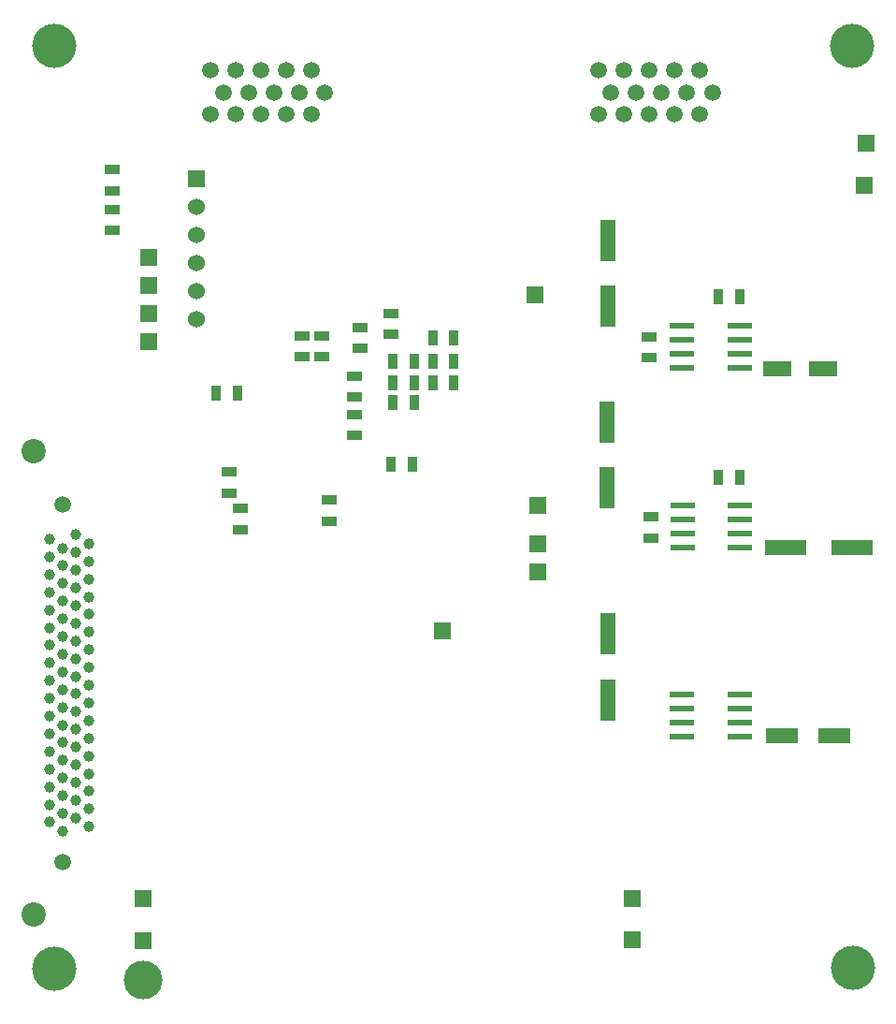
<source format=gbs>
G04 (created by PCBNEW (2013-07-07 BZR 4022)-stable) date 25/07/2014 8:42:34 PM*
%MOIN*%
G04 Gerber Fmt 3.4, Leading zero omitted, Abs format*
%FSLAX34Y34*%
G01*
G70*
G90*
G04 APERTURE LIST*
%ADD10C,0.00590551*%
%ADD11R,0.055X0.035*%
%ADD12R,0.035X0.055*%
%ADD13R,0.06X0.06*%
%ADD14C,0.0590551*%
%ADD15R,0.0866X0.0236*%
%ADD16C,0.0393701*%
%ADD17C,0.0866142*%
%ADD18C,0.06*%
%ADD19R,0.0551X0.1496*%
%ADD20R,0.1496X0.0551*%
%ADD21R,0.1181X0.0551*%
%ADD22R,0.1023X0.0551*%
%ADD23C,0.15748*%
%ADD24C,0.137795*%
G04 APERTURE END LIST*
G54D10*
G54D11*
X38259Y-15355D03*
X38259Y-14605D03*
X57468Y-26292D03*
X57468Y-25542D03*
G54D12*
X60630Y-24129D03*
X59880Y-24129D03*
X60626Y-17708D03*
X59876Y-17708D03*
G54D11*
X57401Y-19890D03*
X57401Y-19140D03*
X38279Y-13176D03*
X38279Y-13926D03*
X46889Y-22654D03*
X46889Y-21904D03*
X46889Y-20534D03*
X46889Y-21284D03*
G54D12*
X50449Y-20007D03*
X49699Y-20007D03*
X49691Y-19188D03*
X50441Y-19188D03*
X50445Y-20775D03*
X49695Y-20775D03*
G54D13*
X39374Y-39133D03*
X39358Y-40649D03*
G54D14*
X45836Y-10433D03*
X44935Y-10433D03*
X44033Y-10433D03*
X43131Y-10433D03*
X42230Y-10433D03*
X45385Y-11212D03*
X44484Y-11212D03*
X43582Y-11212D03*
X42681Y-11212D03*
X41779Y-11212D03*
X45385Y-9653D03*
X44484Y-9653D03*
X43582Y-9653D03*
X42681Y-9653D03*
X41779Y-9653D03*
X59655Y-10433D03*
X58753Y-10433D03*
X57852Y-10433D03*
X56950Y-10433D03*
X56049Y-10433D03*
X59204Y-11212D03*
X58303Y-11212D03*
X57401Y-11212D03*
X56500Y-11212D03*
X55598Y-11212D03*
X59204Y-9653D03*
X58303Y-9653D03*
X57401Y-9653D03*
X56500Y-9653D03*
X55598Y-9653D03*
G54D15*
X58583Y-33368D03*
X58583Y-32868D03*
X58583Y-32368D03*
X58583Y-31868D03*
X60629Y-31868D03*
X60629Y-32368D03*
X60629Y-32868D03*
X60629Y-33368D03*
X60633Y-25151D03*
X60633Y-25651D03*
X60633Y-26151D03*
X60633Y-26651D03*
X58587Y-26651D03*
X58587Y-26151D03*
X58587Y-25651D03*
X58587Y-25151D03*
X60629Y-18746D03*
X60629Y-19246D03*
X60629Y-19746D03*
X60629Y-20246D03*
X58583Y-20246D03*
X58583Y-19746D03*
X58583Y-19246D03*
X58583Y-18746D03*
G54D16*
X36043Y-31385D03*
X36043Y-30755D03*
X36043Y-30125D03*
X36043Y-29496D03*
X36043Y-28866D03*
X36043Y-28236D03*
X36043Y-27606D03*
X36043Y-26976D03*
X36043Y-26346D03*
X36043Y-32015D03*
X36043Y-32645D03*
X36043Y-33275D03*
X36043Y-33905D03*
X36043Y-34535D03*
X36043Y-35165D03*
X36043Y-35795D03*
X36043Y-36425D03*
X36496Y-36740D03*
X36496Y-36110D03*
X36496Y-35480D03*
X36496Y-34850D03*
X36496Y-34220D03*
X36496Y-33590D03*
X36496Y-32960D03*
X36496Y-32330D03*
X36496Y-26661D03*
X36496Y-27291D03*
X36496Y-27921D03*
X36496Y-28551D03*
X36496Y-29181D03*
X36496Y-29811D03*
X36496Y-30440D03*
X36496Y-31070D03*
X36496Y-31700D03*
X37421Y-31543D03*
X37421Y-30913D03*
X37421Y-30283D03*
X37421Y-29653D03*
X37421Y-29023D03*
X37421Y-28393D03*
X37421Y-27763D03*
X37421Y-27133D03*
X37421Y-26503D03*
X37421Y-32173D03*
X37421Y-32803D03*
X37421Y-33433D03*
X37421Y-34062D03*
X37421Y-34692D03*
X37421Y-35322D03*
X37421Y-35952D03*
X37421Y-36582D03*
X36968Y-36267D03*
X36968Y-35637D03*
X36968Y-35007D03*
X36968Y-34377D03*
X36968Y-33748D03*
X36968Y-33118D03*
X36968Y-32488D03*
X36968Y-31858D03*
X36968Y-26188D03*
X36968Y-26818D03*
X36968Y-27448D03*
X36968Y-28078D03*
X36968Y-28708D03*
X36968Y-29338D03*
X36968Y-29968D03*
X36968Y-30598D03*
X36968Y-31228D03*
G54D14*
X36496Y-25098D03*
G54D17*
X35464Y-23220D03*
X35464Y-39716D03*
G54D14*
X36496Y-37834D03*
G54D13*
X56799Y-39137D03*
X56811Y-40598D03*
X65074Y-13728D03*
X53452Y-25129D03*
X53326Y-17645D03*
X53433Y-26496D03*
X53433Y-27507D03*
X50051Y-29610D03*
X39578Y-18307D03*
X39578Y-17307D03*
X39578Y-16307D03*
X39578Y-19311D03*
X65141Y-12232D03*
X41271Y-13515D03*
G54D18*
X41271Y-14515D03*
X41271Y-15515D03*
X41271Y-16515D03*
X41271Y-17515D03*
X41271Y-18515D03*
G54D11*
X45988Y-24951D03*
X45988Y-25701D03*
G54D12*
X48282Y-20763D03*
X49032Y-20763D03*
X48282Y-21484D03*
X49032Y-21484D03*
X42733Y-21137D03*
X41983Y-21137D03*
X48961Y-23688D03*
X48211Y-23688D03*
G54D11*
X42846Y-26000D03*
X42846Y-25250D03*
G54D12*
X48274Y-20007D03*
X49024Y-20007D03*
G54D11*
X47098Y-18794D03*
X47098Y-19544D03*
X45724Y-19093D03*
X45724Y-19843D03*
X45039Y-19097D03*
X45039Y-19847D03*
X48208Y-18294D03*
X48208Y-19044D03*
X42421Y-23943D03*
X42421Y-24693D03*
G54D19*
X55944Y-18055D03*
X55944Y-15693D03*
X55901Y-24523D03*
X55901Y-22161D03*
G54D20*
X62267Y-26641D03*
X64629Y-26641D03*
G54D19*
X55929Y-32086D03*
X55929Y-29724D03*
G54D21*
X62126Y-33354D03*
X64014Y-33354D03*
G54D22*
X61984Y-20259D03*
X63598Y-20259D03*
G54D23*
X36188Y-8791D03*
X64622Y-8791D03*
X36200Y-41641D03*
X64661Y-41598D03*
G54D24*
X39354Y-42051D03*
M02*

</source>
